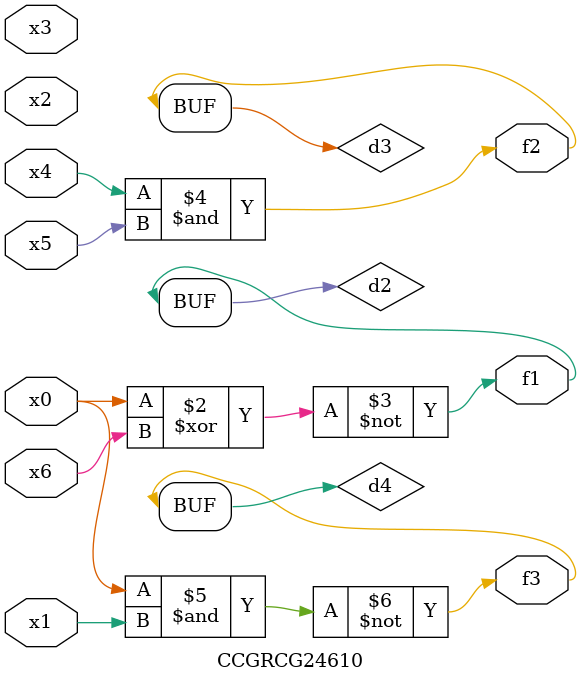
<source format=v>
module CCGRCG24610(
	input x0, x1, x2, x3, x4, x5, x6,
	output f1, f2, f3
);

	wire d1, d2, d3, d4;

	nor (d1, x0);
	xnor (d2, x0, x6);
	and (d3, x4, x5);
	nand (d4, x0, x1);
	assign f1 = d2;
	assign f2 = d3;
	assign f3 = d4;
endmodule

</source>
